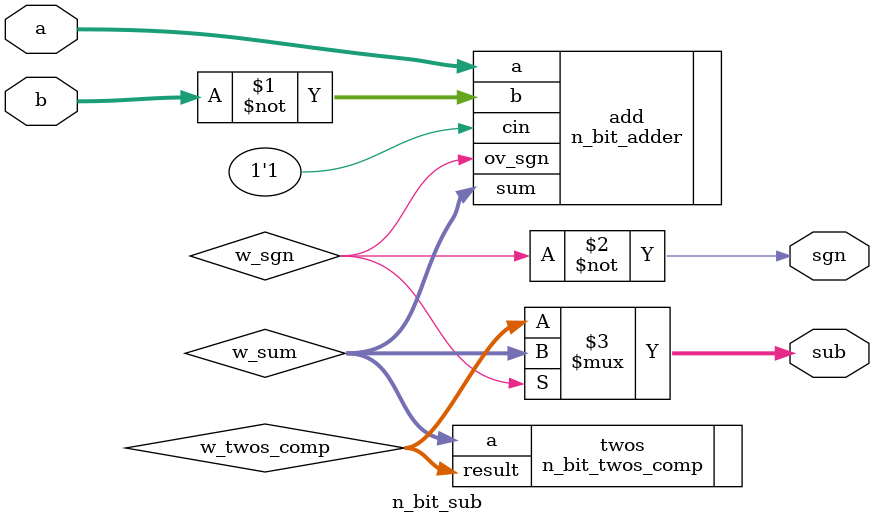
<source format=v>
`timescale 1ns / 1ps


module n_bit_sub #(parameter WIDTH = 32)(
    input [WIDTH-1:0] a,
    input [WIDTH-1:0] b,
    output [WIDTH-1:0] sub,
    output sgn
    );
    
    // local wires to connect blocks
    wire [WIDTH-1:0] w_sum;
    wire [WIDTH-1:0] w_twos_comp;
    wire w_sgn;
    
    // creating necessary modules
    n_bit_adder #(.WIDTH(WIDTH)) add (.a(a), .b(~b), .cin(1'b1), .sum(w_sum), .ov_sgn(w_sgn)); // adding a and ~b, wire w_sgn carries sign signal
    n_bit_twos_comp #(.WIDTH(WIDTH)) twos (.a(w_sum), .result(w_twos_comp)); // twos complement calculation of sum operation
    
    // assigning sign for subtraction
    assign sgn = ~w_sgn;
    
    // mux design 
    assign sub = sgn ? w_twos_comp : w_sum;
    
    
    
endmodule

</source>
